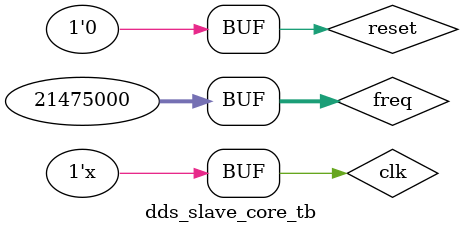
<source format=sv>


`timescale 1ns/10ps

// Module
module dds_slave_core(
    input logic[31:0] freq,                 //! задаваемая частота: Freq[Hz]*(2^32)/(F_clk)
    input logic reset,                      //! перезапуск модуля DDS
    input logic clk,                        //! тактовый сигнал модуля DDS
    //
    output logic[15:0] dac_signal,          //! выход данных ЦАП
    output logic[31:0] phase                //! значение фазы в момент запроса значения
);

//variables
logic[31:0] phase_accum = 32'h000;                    //! аккумулятор фазы для DDS
logic[9:0] sin_addr = 10'h000;                        //! адрес выборки значения из памяти периода гармонического сигнала

//
always @(posedge clk, posedge reset)
begin
    if (reset == 1) begin
        phase_accum <= 32'H00000000;
        sin_addr <= 10'H000;
    end
    else begin
        phase_accum <= phase_accum + freq;
        sin_addr <= phase_accum[31:22];
    end
end

assign phase = phase_accum;

// dds mem with sin-period
dds_sin_mem	dds_sin_mem_inst (
	.address ( sin_addr ),
	.clock  ( clk ),
	.q ( dac_signal )
	);
endmodule


///***_______testbench_______***///

module dds_slave_core_tb();

reg clk;
reg reset;
reg [31:0] freq;
reg [31:0] phase;
reg [15:0] dac_signal;

dds_slave_core dds_0(
    .freq(freq),
    .reset(reset),
    .clk(clk),
    //
    .dac_signal(dac_signal),
    .phase(phase)
);

// имитация сигналов
initial begin
    clk = 0;
    reset = 0;
    freq = 32'h0147AEB8;  //1MHz
    //
    #5;
    reset = 1;
    #5;
    reset = 0;
    #50;
    reset = 1;
    #5;
    reset = 0;
end

// тактовая частота
always begin
    clk = ~clk; 
    #2.5;
end

endmodule

</source>
